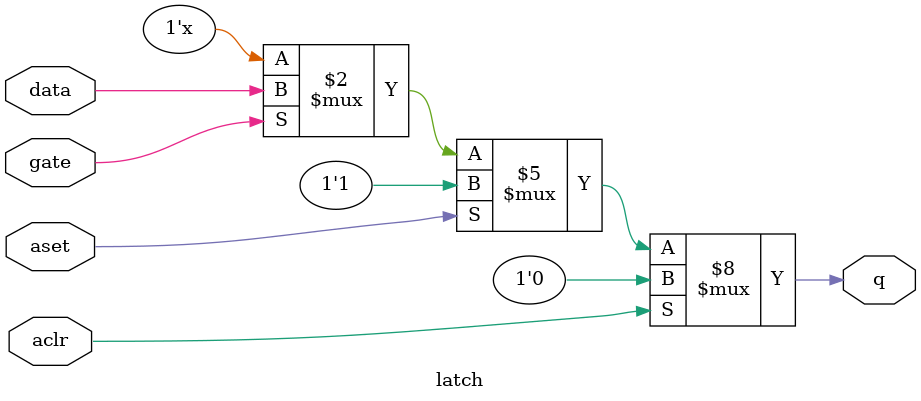
<source format=v>
module latch(aclr,aset,gate,data,q);
input aclr,aset,gate;
parameter LAT_WIDTH=1;
input [LAT_WIDTH-1:0]data;
output reg [LAT_WIDTH-1:0]q;

always@(*) begin
	if(aclr)
	q<=1'b0;
	else if(aset)
	q<=1'b1;
	else if(gate)
	q<=data;

end


endmodule
</source>
